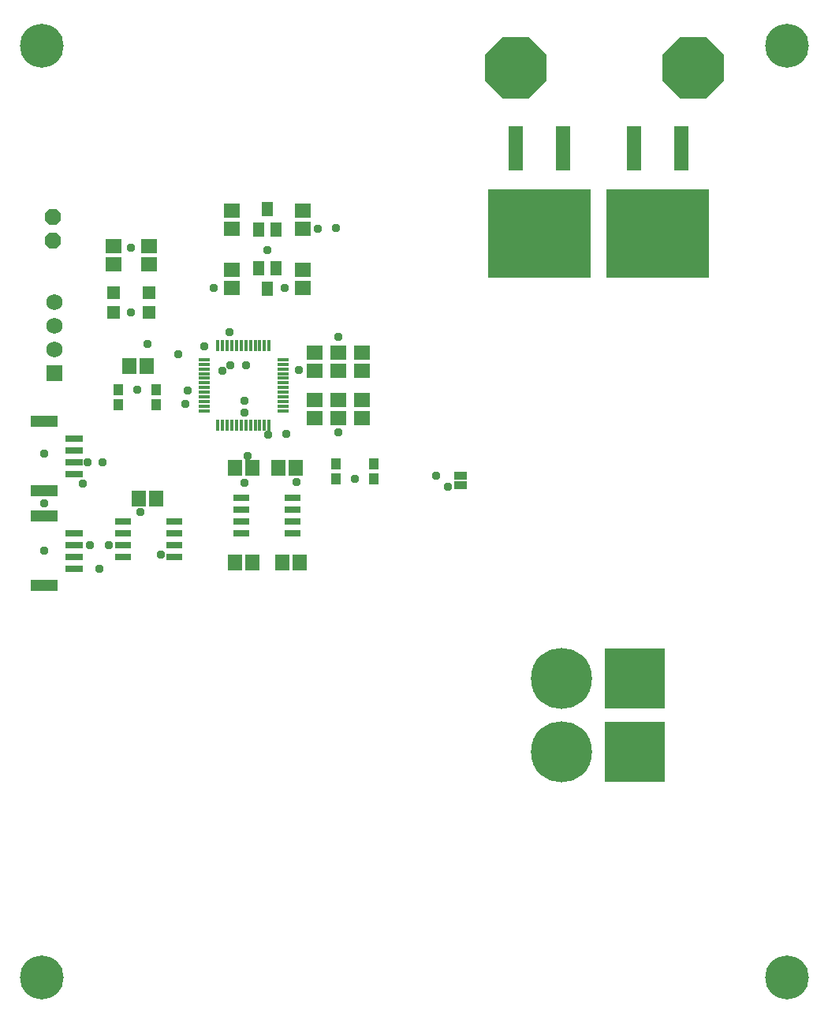
<source format=gbr>
G04 EAGLE Gerber X2 export*
%TF.Part,Single*%
%TF.FileFunction,Soldermask,Top,1*%
%TF.FilePolarity,Negative*%
%TF.GenerationSoftware,Autodesk,EAGLE,9.1.3*%
%TF.CreationDate,2018-11-23T23:54:25Z*%
G75*
%MOMM*%
%FSLAX34Y34*%
%LPD*%
%AMOC8*
5,1,8,0,0,1.08239X$1,22.5*%
G01*
%ADD10C,4.703200*%
%ADD11R,1.503200X1.703200*%
%ADD12R,1.703200X1.503200*%
%ADD13R,1.903200X0.803200*%
%ADD14R,2.903200X1.203200*%
%ADD15R,1.403200X1.403200*%
%ADD16P,7.203089X8X202.500000*%
%ADD17R,1.103200X1.203200*%
%ADD18R,1.727200X1.727200*%
%ADD19C,1.727200*%
%ADD20R,1.553200X4.803200*%
%ADD21R,11.003200X9.603200*%
%ADD22R,1.203200X1.603200*%
%ADD23R,6.553200X6.553200*%
%ADD24C,6.553200*%
%ADD25R,1.703200X0.803200*%
%ADD26R,0.403200X1.203200*%
%ADD27R,1.203200X0.403200*%
%ADD28R,1.473200X0.838200*%
%ADD29P,1.869504X8X112.500000*%
%ADD30C,0.959600*%


D10*
X50000Y50000D03*
X850000Y50000D03*
X850000Y1050000D03*
X50000Y1050000D03*
D11*
X304190Y596900D03*
X323190Y596900D03*
D12*
X393700Y669900D03*
X393700Y650900D03*
X393700Y701700D03*
X393700Y720700D03*
X342900Y701700D03*
X342900Y720700D03*
X368300Y701700D03*
X368300Y720700D03*
X342900Y669900D03*
X342900Y650900D03*
X368300Y669900D03*
X368300Y650900D03*
D11*
X173330Y563880D03*
X154330Y563880D03*
D13*
X84700Y501750D03*
X84700Y514250D03*
D14*
X52700Y545250D03*
X52700Y470750D03*
D13*
X84700Y526750D03*
X84700Y489250D03*
X84700Y603350D03*
X84700Y615850D03*
D14*
X52700Y646850D03*
X52700Y572350D03*
D13*
X84700Y628350D03*
X84700Y590850D03*
D15*
X165100Y764200D03*
X165100Y785200D03*
X127000Y764200D03*
X127000Y785200D03*
D16*
X749300Y1026800D03*
X558800Y1026800D03*
D12*
X330200Y854100D03*
X330200Y873100D03*
X254000Y854100D03*
X254000Y873100D03*
D11*
X257200Y596900D03*
X276200Y596900D03*
X308000Y495300D03*
X327000Y495300D03*
X257200Y495300D03*
X276200Y495300D03*
X163170Y706120D03*
X144170Y706120D03*
D12*
X165100Y816000D03*
X165100Y835000D03*
X127000Y816000D03*
X127000Y835000D03*
D17*
X131900Y665100D03*
X131900Y681100D03*
X172900Y681100D03*
X172900Y665100D03*
D18*
X63500Y698500D03*
D19*
X63500Y749300D03*
X63500Y723900D03*
X63500Y774700D03*
D20*
X609600Y939800D03*
D21*
X584200Y848300D03*
D20*
X558800Y939800D03*
X736600Y939800D03*
D21*
X711200Y848300D03*
D20*
X685800Y939800D03*
D22*
X292100Y874600D03*
X301600Y852600D03*
X282600Y852600D03*
D23*
X687070Y292100D03*
X687070Y370840D03*
D24*
X608330Y292100D03*
X608330Y370840D03*
D25*
X319600Y539750D03*
X264600Y539750D03*
X319600Y527050D03*
X319600Y552450D03*
X319600Y565150D03*
X264600Y527050D03*
X264600Y552450D03*
X264600Y565150D03*
X192600Y514350D03*
X137600Y514350D03*
X192600Y501650D03*
X192600Y527050D03*
X192600Y539750D03*
X137600Y501650D03*
X137600Y527050D03*
X137600Y539750D03*
D26*
X239200Y643300D03*
X244200Y643300D03*
X249200Y643300D03*
X254200Y643300D03*
X259200Y643300D03*
X264200Y643300D03*
X269200Y643300D03*
X274200Y643300D03*
X279200Y643300D03*
X284200Y643300D03*
X289200Y643300D03*
X294200Y643300D03*
D27*
X309200Y658300D03*
X309200Y663300D03*
X309200Y668300D03*
X309200Y673300D03*
X309200Y678300D03*
X309200Y683300D03*
X309200Y688300D03*
X309200Y693300D03*
X309200Y698300D03*
X309200Y703300D03*
X309200Y708300D03*
X309200Y713300D03*
D26*
X294200Y728300D03*
X289200Y728300D03*
X284200Y728300D03*
X279200Y728300D03*
X274200Y728300D03*
X269200Y728300D03*
X264200Y728300D03*
X259200Y728300D03*
X254200Y728300D03*
X249200Y728300D03*
X244200Y728300D03*
X239200Y728300D03*
D27*
X224200Y713300D03*
X224200Y708300D03*
X224200Y703300D03*
X224200Y698300D03*
X224200Y693300D03*
X224200Y688300D03*
X224200Y683300D03*
X224200Y678300D03*
X224200Y673300D03*
X224200Y668300D03*
X224200Y663300D03*
X224200Y658300D03*
D22*
X292100Y789100D03*
X282600Y811100D03*
X301600Y811100D03*
D12*
X254000Y809600D03*
X254000Y790600D03*
X330200Y809600D03*
X330200Y790600D03*
D28*
X499700Y588800D03*
X499700Y578800D03*
D29*
X62230Y840740D03*
X62230Y866140D03*
D17*
X365580Y585090D03*
X365580Y601090D03*
X406580Y601090D03*
X406580Y585090D03*
D30*
X365760Y854710D03*
X346710Y853440D03*
X177800Y504190D03*
X111760Y489250D03*
X52700Y558800D03*
X52700Y612140D03*
X52700Y508000D03*
X93980Y580390D03*
X156210Y549910D03*
X323850Y581660D03*
X368300Y635000D03*
X368300Y737870D03*
X326390Y702310D03*
X267970Y669290D03*
X251460Y742950D03*
X152400Y681100D03*
X206489Y679971D03*
X146050Y764200D03*
X311150Y790600D03*
X234950Y789940D03*
X292100Y830580D03*
X386080Y585090D03*
X473230Y588800D03*
X486410Y576580D03*
X146050Y833120D03*
X267510Y580850D03*
X271544Y610214D03*
X204470Y665480D03*
X267970Y656590D03*
X269332Y707390D03*
X252730Y707390D03*
X121920Y514350D03*
X101600Y514350D03*
X115570Y603250D03*
X99060Y603250D03*
X196850Y718820D03*
X243840Y701040D03*
X163448Y730222D03*
X224815Y727735D03*
X312420Y633730D03*
X293370Y632486D03*
M02*

</source>
